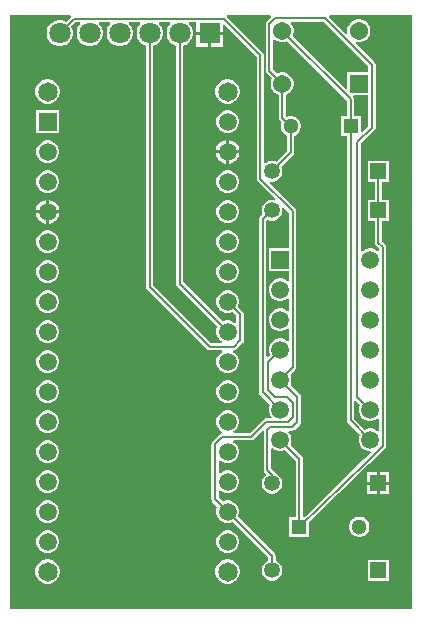
<source format=gtl>
G04*
G04 #@! TF.GenerationSoftware,Altium Limited,Altium Designer,21.9.1 (22)*
G04*
G04 Layer_Physical_Order=1*
G04 Layer_Color=255*
%FSLAX25Y25*%
%MOIN*%
G70*
G04*
G04 #@! TF.SameCoordinates,351BDD15-2B00-492A-8363-C63AB1A4302F*
G04*
G04*
G04 #@! TF.FilePolarity,Positive*
G04*
G01*
G75*
%ADD19C,0.06063*%
%ADD20R,0.06063X0.06063*%
%ADD28C,0.00800*%
%ADD29C,0.07087*%
%ADD30R,0.07087X0.07087*%
%ADD31C,0.05118*%
%ADD32R,0.05118X0.05118*%
%ADD33C,0.05937*%
%ADD34R,0.05906X0.05906*%
%ADD35C,0.05906*%
%ADD36R,0.05937X0.05937*%
%ADD37C,0.06500*%
%ADD38R,0.05315X0.05315*%
%ADD39C,0.05315*%
G36*
X252000Y96000D02*
X118000D01*
Y294000D01*
X138063D01*
X138270Y293500D01*
X136583Y291813D01*
X136176Y292047D01*
X135072Y292343D01*
X133928D01*
X132824Y292047D01*
X131833Y291476D01*
X131025Y290667D01*
X130453Y289676D01*
X130157Y288572D01*
Y287428D01*
X130453Y286323D01*
X131025Y285333D01*
X131833Y284524D01*
X132824Y283953D01*
X133928Y283657D01*
X135072D01*
X136176Y283953D01*
X137167Y284524D01*
X137976Y285333D01*
X138547Y286323D01*
X138843Y287428D01*
Y288572D01*
X138547Y289676D01*
X138313Y290083D01*
X139807Y291577D01*
X141227D01*
X141434Y291076D01*
X141024Y290667D01*
X140453Y289676D01*
X140157Y288572D01*
Y287428D01*
X140453Y286323D01*
X141024Y285333D01*
X141833Y284524D01*
X142824Y283953D01*
X143928Y283657D01*
X145072D01*
X146176Y283953D01*
X147167Y284524D01*
X147976Y285333D01*
X148547Y286323D01*
X148843Y287428D01*
Y288572D01*
X148547Y289676D01*
X147976Y290667D01*
X147566Y291076D01*
X147773Y291577D01*
X151227D01*
X151434Y291076D01*
X151024Y290667D01*
X150453Y289676D01*
X150157Y288572D01*
Y287428D01*
X150453Y286323D01*
X151024Y285333D01*
X151833Y284524D01*
X152824Y283953D01*
X153928Y283657D01*
X155072D01*
X156176Y283953D01*
X157167Y284524D01*
X157975Y285333D01*
X158547Y286323D01*
X158843Y287428D01*
Y288572D01*
X158547Y289676D01*
X157975Y290667D01*
X157566Y291076D01*
X157773Y291577D01*
X161227D01*
X161434Y291076D01*
X161024Y290667D01*
X160453Y289676D01*
X160157Y288572D01*
Y287428D01*
X160453Y286323D01*
X161024Y285333D01*
X161833Y284524D01*
X162824Y283953D01*
X163277Y283831D01*
Y203500D01*
X163370Y203032D01*
X163635Y202635D01*
X183635Y182635D01*
X184032Y182370D01*
X184500Y182276D01*
X188504D01*
X188638Y181776D01*
X188186Y181516D01*
X187484Y180814D01*
X186988Y179955D01*
X186732Y178996D01*
Y178004D01*
X186988Y177045D01*
X187484Y176186D01*
X188186Y175484D01*
X189045Y174988D01*
X190004Y174732D01*
X190996D01*
X191955Y174988D01*
X192814Y175484D01*
X193516Y176186D01*
X194012Y177045D01*
X194269Y178004D01*
Y178996D01*
X194012Y179955D01*
X193516Y180814D01*
X192814Y181516D01*
X192362Y181776D01*
X192496Y182276D01*
X192600D01*
X193068Y182370D01*
X193465Y182635D01*
X195565Y184735D01*
X195830Y185132D01*
X195923Y185600D01*
Y194300D01*
X195830Y194768D01*
X195565Y195165D01*
X193892Y196838D01*
X194012Y197045D01*
X194269Y198004D01*
Y198996D01*
X194012Y199955D01*
X193516Y200814D01*
X192814Y201516D01*
X191955Y202012D01*
X190996Y202269D01*
X190004D01*
X189045Y202012D01*
X188186Y201516D01*
X187484Y200814D01*
X186988Y199955D01*
X186732Y198996D01*
Y198004D01*
X186988Y197045D01*
X187484Y196186D01*
X188186Y195484D01*
X189045Y194988D01*
X190004Y194731D01*
X190996D01*
X191955Y194988D01*
X192162Y195108D01*
X193476Y193793D01*
Y191506D01*
X193015Y191315D01*
X192814Y191516D01*
X191955Y192012D01*
X190996Y192269D01*
X190004D01*
X189045Y192012D01*
X188838Y191892D01*
X175724Y205007D01*
Y283831D01*
X176176Y283953D01*
X177167Y284524D01*
X177975Y285333D01*
X178547Y286323D01*
X178843Y287428D01*
Y288572D01*
X178547Y289676D01*
X177975Y290667D01*
X177566Y291076D01*
X177773Y291577D01*
X179957D01*
Y288500D01*
X189043D01*
Y290573D01*
X189505Y290764D01*
X200177Y280093D01*
Y239500D01*
X200270Y239032D01*
X200535Y238635D01*
X206362Y232808D01*
X206103Y232360D01*
X205739Y232457D01*
X204828D01*
X203949Y232222D01*
X203161Y231767D01*
X202517Y231123D01*
X202062Y230334D01*
X201826Y229455D01*
Y228545D01*
X202062Y227665D01*
X202119Y227566D01*
X201382Y226829D01*
X201117Y226432D01*
X201024Y225964D01*
Y168253D01*
X201117Y167785D01*
X201382Y167388D01*
X204620Y164150D01*
X204503Y163949D01*
X204247Y162994D01*
Y162006D01*
X204503Y161051D01*
X204997Y160196D01*
X205160Y160033D01*
X204969Y159571D01*
X203254D01*
X202786Y159478D01*
X202389Y159212D01*
X197900Y154724D01*
X192496D01*
X192362Y155224D01*
X192814Y155484D01*
X193516Y156186D01*
X194012Y157045D01*
X194269Y158004D01*
Y158996D01*
X194012Y159955D01*
X193516Y160814D01*
X192814Y161516D01*
X191955Y162012D01*
X190996Y162268D01*
X190004D01*
X189045Y162012D01*
X188186Y161516D01*
X187484Y160814D01*
X186988Y159955D01*
X186732Y158996D01*
Y158004D01*
X186988Y157045D01*
X187484Y156186D01*
X188186Y155484D01*
X188667Y155207D01*
X188580Y154680D01*
X188332Y154630D01*
X187935Y154365D01*
X185435Y151865D01*
X185170Y151468D01*
X185076Y151000D01*
Y132700D01*
X185170Y132232D01*
X185435Y131835D01*
X187108Y130162D01*
X186988Y129955D01*
X186732Y128996D01*
Y128004D01*
X186988Y127045D01*
X187484Y126186D01*
X188186Y125484D01*
X189045Y124988D01*
X190004Y124732D01*
X190996D01*
X191955Y124988D01*
X192162Y125108D01*
X204060Y113210D01*
Y112252D01*
X203949Y112222D01*
X203161Y111767D01*
X202517Y111123D01*
X202062Y110335D01*
X201826Y109455D01*
Y108545D01*
X202062Y107666D01*
X202517Y106877D01*
X203161Y106233D01*
X203949Y105778D01*
X204828Y105543D01*
X205739D01*
X206618Y105778D01*
X207406Y106233D01*
X208050Y106877D01*
X208505Y107666D01*
X208741Y108545D01*
Y109455D01*
X208505Y110335D01*
X208050Y111123D01*
X207406Y111767D01*
X206618Y112222D01*
X206507Y112252D01*
Y113717D01*
X206414Y114185D01*
X206149Y114582D01*
X193892Y126838D01*
X194012Y127045D01*
X194269Y128004D01*
Y128996D01*
X194012Y129955D01*
X193516Y130814D01*
X192814Y131516D01*
X191955Y132012D01*
X190996Y132269D01*
X190004D01*
X189045Y132012D01*
X188838Y131892D01*
X187523Y133207D01*
Y135494D01*
X187985Y135685D01*
X188186Y135484D01*
X189045Y134988D01*
X190004Y134731D01*
X190996D01*
X191955Y134988D01*
X192814Y135484D01*
X193516Y136186D01*
X194012Y137045D01*
X194269Y138004D01*
Y138996D01*
X194012Y139955D01*
X193516Y140814D01*
X192814Y141516D01*
X191955Y142012D01*
X190996Y142269D01*
X190004D01*
X189045Y142012D01*
X188186Y141516D01*
X187985Y141315D01*
X187523Y141506D01*
Y145494D01*
X187985Y145685D01*
X188186Y145484D01*
X189045Y144988D01*
X190004Y144731D01*
X190996D01*
X191955Y144988D01*
X192814Y145484D01*
X193516Y146186D01*
X194012Y147045D01*
X194269Y148004D01*
Y148996D01*
X194012Y149955D01*
X193516Y150814D01*
X192814Y151516D01*
X192362Y151777D01*
X192496Y152277D01*
X198407D01*
X198875Y152370D01*
X199272Y152635D01*
X202077Y155439D01*
X202576Y155232D01*
Y142300D01*
X202670Y141832D01*
X202935Y141435D01*
X203212Y141158D01*
X203160Y140767D01*
X202517Y140123D01*
X202062Y139334D01*
X201826Y138455D01*
Y137545D01*
X202062Y136665D01*
X202517Y135877D01*
X203161Y135233D01*
X203949Y134778D01*
X204828Y134543D01*
X205739D01*
X206618Y134778D01*
X207406Y135233D01*
X208050Y135877D01*
X208505Y136665D01*
X208741Y137545D01*
Y138455D01*
X208505Y139334D01*
X208050Y140123D01*
X207406Y140767D01*
X206618Y141222D01*
X206416Y141276D01*
X206414Y141285D01*
X206149Y141682D01*
X205024Y142807D01*
Y149516D01*
X205485Y149707D01*
X205696Y149497D01*
X206552Y149003D01*
X207506Y148747D01*
X208494D01*
X209449Y149003D01*
X209650Y149119D01*
X213229Y145540D01*
Y126859D01*
X211094D01*
Y120141D01*
X217812D01*
Y125034D01*
X237748Y144218D01*
X237755Y144228D01*
X237765Y144235D01*
X243065Y149535D01*
X243330Y149932D01*
X243424Y150400D01*
Y216700D01*
X243330Y217168D01*
X243065Y217565D01*
X241940Y218690D01*
Y225542D01*
X244174D01*
Y232457D01*
X241940D01*
Y238543D01*
X244174D01*
Y245458D01*
X237259D01*
Y238543D01*
X239493D01*
Y232457D01*
X237259D01*
Y225542D01*
X239493D01*
Y218183D01*
X239586Y217715D01*
X239851Y217318D01*
X240977Y216193D01*
Y215484D01*
X240515Y215293D01*
X240304Y215503D01*
X239448Y215997D01*
X238494Y216253D01*
X237506D01*
X236551Y215997D01*
X235696Y215503D01*
X235485Y215293D01*
X235023Y215484D01*
Y251193D01*
X239465Y255635D01*
X239730Y256032D01*
X239824Y256500D01*
Y277500D01*
X239730Y277968D01*
X239465Y278365D01*
X233149Y284681D01*
X233408Y285129D01*
X233791Y285027D01*
X234800D01*
X235774Y285288D01*
X236648Y285792D01*
X237361Y286506D01*
X237866Y287379D01*
X238127Y288354D01*
Y289363D01*
X237866Y290337D01*
X237361Y291211D01*
X236648Y291924D01*
X235774Y292429D01*
X234800Y292690D01*
X233791D01*
X232816Y292429D01*
X231943Y291924D01*
X231229Y291211D01*
X230725Y290337D01*
X230464Y289363D01*
Y288354D01*
X230566Y287971D01*
X230118Y287712D01*
X224330Y293500D01*
X224537Y294000D01*
X252000D01*
Y96000D01*
D02*
G37*
G36*
X237376Y276993D02*
Y274973D01*
X230464D01*
Y269483D01*
X230002Y269291D01*
X212143Y287150D01*
X212275Y287379D01*
X212536Y288354D01*
Y289363D01*
X212275Y290337D01*
X211771Y291211D01*
X211567Y291415D01*
X211758Y291877D01*
X222493D01*
X237376Y276993D01*
D02*
G37*
G36*
Y257007D02*
X235368Y254998D01*
X234906Y255190D01*
Y260359D01*
X232771D01*
Y266016D01*
X232678Y266484D01*
X232459Y266810D01*
X232601Y267310D01*
X237376D01*
Y257007D01*
D02*
G37*
G36*
X204970Y293500D02*
X203535Y292065D01*
X203270Y291668D01*
X203176Y291200D01*
Y275447D01*
X203270Y274978D01*
X203535Y274581D01*
X205267Y272850D01*
X205134Y272621D01*
X204873Y271646D01*
Y270637D01*
X205134Y269663D01*
X205639Y268789D01*
X206352Y268076D01*
X207226Y267571D01*
X207481Y267503D01*
Y259842D01*
X207574Y259374D01*
X207840Y258977D01*
X208455Y258362D01*
X208417Y258296D01*
X208188Y257442D01*
Y256558D01*
X208417Y255703D01*
X208859Y254938D01*
X209485Y254312D01*
X210251Y253870D01*
X210324Y253850D01*
Y248771D01*
X206717Y245164D01*
X206618Y245222D01*
X205739Y245458D01*
X204828D01*
X203949Y245222D01*
X203161Y244767D01*
X203085Y244692D01*
X202624Y244883D01*
Y280600D01*
X202530Y281068D01*
X202265Y281465D01*
X190230Y293500D01*
X190437Y294000D01*
X204763D01*
X204970Y293500D01*
D02*
G37*
G36*
X206352Y285792D02*
X207226Y285288D01*
X208200Y285027D01*
X209209D01*
X210184Y285288D01*
X210413Y285420D01*
X230324Y265509D01*
Y260359D01*
X228188D01*
Y253641D01*
X230324D01*
Y158953D01*
X230417Y158485D01*
X230682Y158088D01*
X234619Y154150D01*
X234503Y153948D01*
X234247Y152994D01*
Y152006D01*
X234503Y151051D01*
X234997Y150196D01*
X235696Y149497D01*
X236551Y149003D01*
X237506Y148747D01*
X238110D01*
X238317Y148247D01*
X236043Y145974D01*
X216179Y126859D01*
X215676D01*
Y146047D01*
X215583Y146515D01*
X215318Y146912D01*
X211381Y150850D01*
X211497Y151051D01*
X211753Y152006D01*
Y152994D01*
X211497Y153948D01*
X211003Y154804D01*
X210781Y155026D01*
X210973Y155488D01*
X212064D01*
X212532Y155581D01*
X212929Y155846D01*
X214618Y157535D01*
X214883Y157932D01*
X214976Y158400D01*
Y166747D01*
X214883Y167215D01*
X214618Y167612D01*
X211381Y170850D01*
X211497Y171052D01*
X211753Y172006D01*
Y172994D01*
X211497Y173949D01*
X211381Y174150D01*
X213065Y175835D01*
X213330Y176232D01*
X213423Y176700D01*
Y228700D01*
X213330Y229168D01*
X213065Y229565D01*
X204524Y238106D01*
X204783Y238555D01*
X204828Y238543D01*
X205739D01*
X206618Y238778D01*
X207406Y239233D01*
X208050Y239877D01*
X208505Y240666D01*
X208741Y241545D01*
Y242455D01*
X208505Y243335D01*
X208448Y243434D01*
X212412Y247399D01*
X212678Y247796D01*
X212771Y248264D01*
Y253850D01*
X212844Y253870D01*
X213610Y254312D01*
X214235Y254938D01*
X214677Y255703D01*
X214906Y256558D01*
Y257442D01*
X214677Y258296D01*
X214235Y259063D01*
X213610Y259688D01*
X212844Y260130D01*
X211989Y260359D01*
X211105D01*
X210348Y260156D01*
X210039Y260384D01*
X209928Y260516D01*
Y267503D01*
X210184Y267571D01*
X211057Y268076D01*
X211771Y268789D01*
X212275Y269663D01*
X212536Y270637D01*
Y271646D01*
X212275Y272621D01*
X211771Y273494D01*
X211057Y274208D01*
X210184Y274712D01*
X209209Y274973D01*
X208200D01*
X207226Y274712D01*
X206997Y274580D01*
X205624Y275953D01*
Y285814D01*
X206123Y286021D01*
X206352Y285792D01*
D02*
G37*
G36*
X210977Y228193D02*
Y216253D01*
X204247D01*
Y208747D01*
X210977D01*
Y205484D01*
X210515Y205293D01*
X210304Y205503D01*
X209449Y205997D01*
X208494Y206253D01*
X207506D01*
X206552Y205997D01*
X205696Y205503D01*
X204997Y204804D01*
X204503Y203948D01*
X204247Y202994D01*
Y202006D01*
X204503Y201051D01*
X204997Y200196D01*
X205696Y199497D01*
X206552Y199003D01*
X207506Y198747D01*
X208494D01*
X209449Y199003D01*
X210304Y199497D01*
X210515Y199707D01*
X210977Y199516D01*
Y195484D01*
X210515Y195293D01*
X210304Y195503D01*
X209449Y195997D01*
X208494Y196253D01*
X207506D01*
X206552Y195997D01*
X205696Y195503D01*
X204997Y194804D01*
X204503Y193948D01*
X204247Y192994D01*
Y192006D01*
X204503Y191051D01*
X204997Y190196D01*
X205696Y189497D01*
X206552Y189003D01*
X207506Y188747D01*
X208494D01*
X209449Y189003D01*
X210304Y189497D01*
X210515Y189707D01*
X210977Y189516D01*
Y185484D01*
X210515Y185293D01*
X210304Y185503D01*
X209449Y185997D01*
X208494Y186253D01*
X207506D01*
X206552Y185997D01*
X205696Y185503D01*
X204997Y184804D01*
X204503Y183949D01*
X204247Y182994D01*
Y182006D01*
X204503Y181052D01*
X204620Y180850D01*
X203933Y180163D01*
X203471Y180354D01*
Y225457D01*
X203849Y225836D01*
X203949Y225778D01*
X204828Y225542D01*
X205739D01*
X206618Y225778D01*
X207406Y226233D01*
X208050Y226877D01*
X208505Y227665D01*
X208741Y228545D01*
Y229455D01*
X208643Y229819D01*
X209092Y230078D01*
X210977Y228193D01*
D02*
G37*
G36*
X171434Y291076D02*
X171025Y290667D01*
X170453Y289676D01*
X170157Y288572D01*
Y287428D01*
X170453Y286323D01*
X171025Y285333D01*
X171833Y284524D01*
X172824Y283953D01*
X173276Y283831D01*
Y204500D01*
X173370Y204032D01*
X173635Y203635D01*
X187108Y190162D01*
X186988Y189955D01*
X186732Y188996D01*
Y188004D01*
X186988Y187045D01*
X187484Y186186D01*
X188186Y185484D01*
X188638Y185223D01*
X188504Y184723D01*
X185007D01*
X165724Y204007D01*
Y283831D01*
X166176Y283953D01*
X167167Y284524D01*
X167975Y285333D01*
X168547Y286323D01*
X168843Y287428D01*
Y288572D01*
X168547Y289676D01*
X167975Y290667D01*
X167566Y291076D01*
X167773Y291577D01*
X171227D01*
X171434Y291076D01*
D02*
G37*
G36*
X234619Y164150D02*
X234503Y163949D01*
X234247Y162994D01*
Y162006D01*
X234503Y161051D01*
X234997Y160196D01*
X235696Y159497D01*
X236551Y159003D01*
X237506Y158747D01*
X238494D01*
X239448Y159003D01*
X240304Y159497D01*
X240515Y159707D01*
X240977Y159516D01*
Y155484D01*
X240515Y155293D01*
X240304Y155503D01*
X239448Y155997D01*
X238494Y156253D01*
X237506D01*
X236551Y155997D01*
X236350Y155880D01*
X232771Y159460D01*
Y165292D01*
X233271Y165499D01*
X234619Y164150D01*
D02*
G37*
%LPC*%
G36*
X189043Y287500D02*
X185000D01*
Y283457D01*
X189043D01*
Y287500D01*
D02*
G37*
G36*
X184000D02*
X179957D01*
Y283457D01*
X184000D01*
Y287500D01*
D02*
G37*
G36*
X191033Y272550D02*
X189967D01*
X188937Y272274D01*
X188013Y271741D01*
X187259Y270987D01*
X186726Y270063D01*
X186450Y269033D01*
Y267967D01*
X186726Y266937D01*
X187259Y266013D01*
X188013Y265259D01*
X188937Y264726D01*
X189967Y264450D01*
X191033D01*
X192063Y264726D01*
X192987Y265259D01*
X193741Y266013D01*
X194274Y266937D01*
X194550Y267967D01*
Y269033D01*
X194274Y270063D01*
X193741Y270987D01*
X192987Y271741D01*
X192063Y272274D01*
X191033Y272550D01*
D02*
G37*
G36*
X131033D02*
X129967D01*
X128937Y272274D01*
X128013Y271741D01*
X127259Y270987D01*
X126726Y270063D01*
X126450Y269033D01*
Y267967D01*
X126726Y266937D01*
X127259Y266013D01*
X128013Y265259D01*
X128937Y264726D01*
X129967Y264450D01*
X131033D01*
X132063Y264726D01*
X132987Y265259D01*
X133741Y266013D01*
X134274Y266937D01*
X134550Y267967D01*
Y269033D01*
X134274Y270063D01*
X133741Y270987D01*
X132987Y271741D01*
X132063Y272274D01*
X131033Y272550D01*
D02*
G37*
G36*
X190996Y262268D02*
X190004D01*
X189045Y262012D01*
X188186Y261515D01*
X187484Y260814D01*
X186988Y259955D01*
X186732Y258996D01*
Y258004D01*
X186988Y257045D01*
X187484Y256186D01*
X188186Y255485D01*
X189045Y254988D01*
X190004Y254731D01*
X190996D01*
X191955Y254988D01*
X192814Y255485D01*
X193516Y256186D01*
X194012Y257045D01*
X194269Y258004D01*
Y258996D01*
X194012Y259955D01*
X193516Y260814D01*
X192814Y261515D01*
X191955Y262012D01*
X190996Y262268D01*
D02*
G37*
G36*
X134268D02*
X126732D01*
Y254731D01*
X134268D01*
Y262268D01*
D02*
G37*
G36*
X191023Y252468D02*
X191000D01*
Y249000D01*
X194468D01*
Y249023D01*
X194198Y250032D01*
X193676Y250937D01*
X192937Y251676D01*
X192032Y252198D01*
X191023Y252468D01*
D02*
G37*
G36*
X190000D02*
X189978D01*
X188968Y252198D01*
X188063Y251676D01*
X187324Y250937D01*
X186802Y250032D01*
X186531Y249023D01*
Y249000D01*
X190000D01*
Y252468D01*
D02*
G37*
G36*
X130996Y252269D02*
X130004D01*
X129045Y252012D01*
X128186Y251516D01*
X127484Y250814D01*
X126988Y249955D01*
X126732Y248996D01*
Y248004D01*
X126988Y247045D01*
X127484Y246186D01*
X128186Y245484D01*
X129045Y244988D01*
X130004Y244731D01*
X130996D01*
X131955Y244988D01*
X132814Y245484D01*
X133516Y246186D01*
X134012Y247045D01*
X134268Y248004D01*
Y248996D01*
X134012Y249955D01*
X133516Y250814D01*
X132814Y251516D01*
X131955Y252012D01*
X130996Y252269D01*
D02*
G37*
G36*
X194468Y248000D02*
X191000D01*
Y244531D01*
X191023D01*
X192032Y244802D01*
X192937Y245324D01*
X193676Y246063D01*
X194198Y246968D01*
X194468Y247977D01*
Y248000D01*
D02*
G37*
G36*
X190000D02*
X186531D01*
Y247977D01*
X186802Y246968D01*
X187324Y246063D01*
X188063Y245324D01*
X188968Y244802D01*
X189978Y244531D01*
X190000D01*
Y248000D01*
D02*
G37*
G36*
X190996Y242268D02*
X190004D01*
X189045Y242012D01*
X188186Y241515D01*
X187484Y240814D01*
X186988Y239955D01*
X186732Y238996D01*
Y238004D01*
X186988Y237045D01*
X187484Y236186D01*
X188186Y235485D01*
X189045Y234988D01*
X190004Y234732D01*
X190996D01*
X191955Y234988D01*
X192814Y235485D01*
X193516Y236186D01*
X194012Y237045D01*
X194269Y238004D01*
Y238996D01*
X194012Y239955D01*
X193516Y240814D01*
X192814Y241515D01*
X191955Y242012D01*
X190996Y242268D01*
D02*
G37*
G36*
X130996D02*
X130004D01*
X129045Y242012D01*
X128186Y241515D01*
X127484Y240814D01*
X126988Y239955D01*
X126732Y238996D01*
Y238004D01*
X126988Y237045D01*
X127484Y236186D01*
X128186Y235485D01*
X129045Y234988D01*
X130004Y234732D01*
X130996D01*
X131955Y234988D01*
X132814Y235485D01*
X133516Y236186D01*
X134012Y237045D01*
X134268Y238004D01*
Y238996D01*
X134012Y239955D01*
X133516Y240814D01*
X132814Y241515D01*
X131955Y242012D01*
X130996Y242268D01*
D02*
G37*
G36*
X131023Y232469D02*
X131000D01*
Y229000D01*
X134468D01*
Y229023D01*
X134198Y230032D01*
X133676Y230937D01*
X132937Y231676D01*
X132032Y232198D01*
X131023Y232469D01*
D02*
G37*
G36*
X130000D02*
X129978D01*
X128968Y232198D01*
X128063Y231676D01*
X127324Y230937D01*
X126802Y230032D01*
X126532Y229023D01*
Y229000D01*
X130000D01*
Y232469D01*
D02*
G37*
G36*
X190996Y232269D02*
X190004D01*
X189045Y232012D01*
X188186Y231516D01*
X187484Y230814D01*
X186988Y229955D01*
X186732Y228996D01*
Y228004D01*
X186988Y227045D01*
X187484Y226186D01*
X188186Y225484D01*
X189045Y224988D01*
X190004Y224731D01*
X190996D01*
X191955Y224988D01*
X192814Y225484D01*
X193516Y226186D01*
X194012Y227045D01*
X194269Y228004D01*
Y228996D01*
X194012Y229955D01*
X193516Y230814D01*
X192814Y231516D01*
X191955Y232012D01*
X190996Y232269D01*
D02*
G37*
G36*
X134468Y228000D02*
X131000D01*
Y224532D01*
X131023D01*
X132032Y224802D01*
X132937Y225324D01*
X133676Y226063D01*
X134198Y226968D01*
X134468Y227977D01*
Y228000D01*
D02*
G37*
G36*
X130000D02*
X126532D01*
Y227977D01*
X126802Y226968D01*
X127324Y226063D01*
X128063Y225324D01*
X128968Y224802D01*
X129978Y224532D01*
X130000D01*
Y228000D01*
D02*
G37*
G36*
X190996Y222269D02*
X190004D01*
X189045Y222012D01*
X188186Y221515D01*
X187484Y220814D01*
X186988Y219955D01*
X186732Y218996D01*
Y218004D01*
X186988Y217045D01*
X187484Y216186D01*
X188186Y215484D01*
X189045Y214988D01*
X190004Y214732D01*
X190996D01*
X191955Y214988D01*
X192814Y215484D01*
X193516Y216186D01*
X194012Y217045D01*
X194269Y218004D01*
Y218996D01*
X194012Y219955D01*
X193516Y220814D01*
X192814Y221515D01*
X191955Y222012D01*
X190996Y222269D01*
D02*
G37*
G36*
X130996D02*
X130004D01*
X129045Y222012D01*
X128186Y221515D01*
X127484Y220814D01*
X126988Y219955D01*
X126732Y218996D01*
Y218004D01*
X126988Y217045D01*
X127484Y216186D01*
X128186Y215484D01*
X129045Y214988D01*
X130004Y214732D01*
X130996D01*
X131955Y214988D01*
X132814Y215484D01*
X133516Y216186D01*
X134012Y217045D01*
X134268Y218004D01*
Y218996D01*
X134012Y219955D01*
X133516Y220814D01*
X132814Y221515D01*
X131955Y222012D01*
X130996Y222269D01*
D02*
G37*
G36*
X190996Y212268D02*
X190004D01*
X189045Y212012D01*
X188186Y211515D01*
X187484Y210814D01*
X186988Y209955D01*
X186732Y208996D01*
Y208004D01*
X186988Y207045D01*
X187484Y206186D01*
X188186Y205485D01*
X189045Y204988D01*
X190004Y204731D01*
X190996D01*
X191955Y204988D01*
X192814Y205485D01*
X193516Y206186D01*
X194012Y207045D01*
X194269Y208004D01*
Y208996D01*
X194012Y209955D01*
X193516Y210814D01*
X192814Y211515D01*
X191955Y212012D01*
X190996Y212268D01*
D02*
G37*
G36*
X130996D02*
X130004D01*
X129045Y212012D01*
X128186Y211515D01*
X127484Y210814D01*
X126988Y209955D01*
X126732Y208996D01*
Y208004D01*
X126988Y207045D01*
X127484Y206186D01*
X128186Y205485D01*
X129045Y204988D01*
X130004Y204731D01*
X130996D01*
X131955Y204988D01*
X132814Y205485D01*
X133516Y206186D01*
X134012Y207045D01*
X134268Y208004D01*
Y208996D01*
X134012Y209955D01*
X133516Y210814D01*
X132814Y211515D01*
X131955Y212012D01*
X130996Y212268D01*
D02*
G37*
G36*
Y202269D02*
X130004D01*
X129045Y202012D01*
X128186Y201516D01*
X127484Y200814D01*
X126988Y199955D01*
X126732Y198996D01*
Y198004D01*
X126988Y197045D01*
X127484Y196186D01*
X128186Y195484D01*
X129045Y194988D01*
X130004Y194731D01*
X130996D01*
X131955Y194988D01*
X132814Y195484D01*
X133516Y196186D01*
X134012Y197045D01*
X134268Y198004D01*
Y198996D01*
X134012Y199955D01*
X133516Y200814D01*
X132814Y201516D01*
X131955Y202012D01*
X130996Y202269D01*
D02*
G37*
G36*
Y192269D02*
X130004D01*
X129045Y192012D01*
X128186Y191516D01*
X127484Y190814D01*
X126988Y189955D01*
X126732Y188996D01*
Y188004D01*
X126988Y187045D01*
X127484Y186186D01*
X128186Y185484D01*
X129045Y184988D01*
X130004Y184731D01*
X130996D01*
X131955Y184988D01*
X132814Y185484D01*
X133516Y186186D01*
X134012Y187045D01*
X134268Y188004D01*
Y188996D01*
X134012Y189955D01*
X133516Y190814D01*
X132814Y191516D01*
X131955Y192012D01*
X130996Y192269D01*
D02*
G37*
G36*
Y182269D02*
X130004D01*
X129045Y182012D01*
X128186Y181516D01*
X127484Y180814D01*
X126988Y179955D01*
X126732Y178996D01*
Y178004D01*
X126988Y177045D01*
X127484Y176186D01*
X128186Y175484D01*
X129045Y174988D01*
X130004Y174732D01*
X130996D01*
X131955Y174988D01*
X132814Y175484D01*
X133516Y176186D01*
X134012Y177045D01*
X134268Y178004D01*
Y178996D01*
X134012Y179955D01*
X133516Y180814D01*
X132814Y181516D01*
X131955Y182012D01*
X130996Y182269D01*
D02*
G37*
G36*
X190996Y172268D02*
X190004D01*
X189045Y172012D01*
X188186Y171516D01*
X187484Y170814D01*
X186988Y169955D01*
X186732Y168996D01*
Y168004D01*
X186988Y167045D01*
X187484Y166186D01*
X188186Y165484D01*
X189045Y164988D01*
X190004Y164732D01*
X190996D01*
X191955Y164988D01*
X192814Y165484D01*
X193516Y166186D01*
X194012Y167045D01*
X194269Y168004D01*
Y168996D01*
X194012Y169955D01*
X193516Y170814D01*
X192814Y171516D01*
X191955Y172012D01*
X190996Y172268D01*
D02*
G37*
G36*
X130996D02*
X130004D01*
X129045Y172012D01*
X128186Y171516D01*
X127484Y170814D01*
X126988Y169955D01*
X126732Y168996D01*
Y168004D01*
X126988Y167045D01*
X127484Y166186D01*
X128186Y165484D01*
X129045Y164988D01*
X130004Y164732D01*
X130996D01*
X131955Y164988D01*
X132814Y165484D01*
X133516Y166186D01*
X134012Y167045D01*
X134268Y168004D01*
Y168996D01*
X134012Y169955D01*
X133516Y170814D01*
X132814Y171516D01*
X131955Y172012D01*
X130996Y172268D01*
D02*
G37*
G36*
Y162268D02*
X130004D01*
X129045Y162012D01*
X128186Y161516D01*
X127484Y160814D01*
X126988Y159955D01*
X126732Y158996D01*
Y158004D01*
X126988Y157045D01*
X127484Y156186D01*
X128186Y155484D01*
X129045Y154988D01*
X130004Y154732D01*
X130996D01*
X131955Y154988D01*
X132814Y155484D01*
X133516Y156186D01*
X134012Y157045D01*
X134268Y158004D01*
Y158996D01*
X134012Y159955D01*
X133516Y160814D01*
X132814Y161516D01*
X131955Y162012D01*
X130996Y162268D01*
D02*
G37*
G36*
Y152269D02*
X130004D01*
X129045Y152012D01*
X128186Y151516D01*
X127484Y150814D01*
X126988Y149955D01*
X126732Y148996D01*
Y148004D01*
X126988Y147045D01*
X127484Y146186D01*
X128186Y145484D01*
X129045Y144988D01*
X130004Y144731D01*
X130996D01*
X131955Y144988D01*
X132814Y145484D01*
X133516Y146186D01*
X134012Y147045D01*
X134268Y148004D01*
Y148996D01*
X134012Y149955D01*
X133516Y150814D01*
X132814Y151516D01*
X131955Y152012D01*
X130996Y152269D01*
D02*
G37*
G36*
X244374Y141657D02*
X241217D01*
Y138500D01*
X244374D01*
Y141657D01*
D02*
G37*
G36*
X240217D02*
X237059D01*
Y138500D01*
X240217D01*
Y141657D01*
D02*
G37*
G36*
X130996Y142269D02*
X130004D01*
X129045Y142012D01*
X128186Y141516D01*
X127484Y140814D01*
X126988Y139955D01*
X126732Y138996D01*
Y138004D01*
X126988Y137045D01*
X127484Y136186D01*
X128186Y135484D01*
X129045Y134988D01*
X130004Y134731D01*
X130996D01*
X131955Y134988D01*
X132814Y135484D01*
X133516Y136186D01*
X134012Y137045D01*
X134268Y138004D01*
Y138996D01*
X134012Y139955D01*
X133516Y140814D01*
X132814Y141516D01*
X131955Y142012D01*
X130996Y142269D01*
D02*
G37*
G36*
X244374Y137500D02*
X241217D01*
Y134343D01*
X244374D01*
Y137500D01*
D02*
G37*
G36*
X240217D02*
X237059D01*
Y134343D01*
X240217D01*
Y137500D01*
D02*
G37*
G36*
X130996Y132269D02*
X130004D01*
X129045Y132012D01*
X128186Y131516D01*
X127484Y130814D01*
X126988Y129955D01*
X126732Y128996D01*
Y128004D01*
X126988Y127045D01*
X127484Y126186D01*
X128186Y125484D01*
X129045Y124988D01*
X130004Y124732D01*
X130996D01*
X131955Y124988D01*
X132814Y125484D01*
X133516Y126186D01*
X134012Y127045D01*
X134268Y128004D01*
Y128996D01*
X134012Y129955D01*
X133516Y130814D01*
X132814Y131516D01*
X131955Y132012D01*
X130996Y132269D01*
D02*
G37*
G36*
X234895Y126859D02*
X234011D01*
X233156Y126630D01*
X232390Y126188D01*
X231765Y125563D01*
X231323Y124797D01*
X231094Y123942D01*
Y123058D01*
X231323Y122203D01*
X231765Y121438D01*
X232390Y120812D01*
X233156Y120370D01*
X234011Y120141D01*
X234895D01*
X235749Y120370D01*
X236515Y120812D01*
X237141Y121438D01*
X237583Y122203D01*
X237812Y123058D01*
Y123942D01*
X237583Y124797D01*
X237141Y125563D01*
X236515Y126188D01*
X235749Y126630D01*
X234895Y126859D01*
D02*
G37*
G36*
X190996Y122268D02*
X190004D01*
X189045Y122012D01*
X188186Y121516D01*
X187484Y120814D01*
X186988Y119955D01*
X186732Y118996D01*
Y118004D01*
X186988Y117045D01*
X187484Y116186D01*
X188186Y115484D01*
X189045Y114988D01*
X190004Y114732D01*
X190996D01*
X191955Y114988D01*
X192814Y115484D01*
X193516Y116186D01*
X194012Y117045D01*
X194269Y118004D01*
Y118996D01*
X194012Y119955D01*
X193516Y120814D01*
X192814Y121516D01*
X191955Y122012D01*
X190996Y122268D01*
D02*
G37*
G36*
X130996D02*
X130004D01*
X129045Y122012D01*
X128186Y121516D01*
X127484Y120814D01*
X126988Y119955D01*
X126732Y118996D01*
Y118004D01*
X126988Y117045D01*
X127484Y116186D01*
X128186Y115484D01*
X129045Y114988D01*
X130004Y114732D01*
X130996D01*
X131955Y114988D01*
X132814Y115484D01*
X133516Y116186D01*
X134012Y117045D01*
X134268Y118004D01*
Y118996D01*
X134012Y119955D01*
X133516Y120814D01*
X132814Y121516D01*
X131955Y122012D01*
X130996Y122268D01*
D02*
G37*
G36*
X244174Y112458D02*
X237259D01*
Y105543D01*
X244174D01*
Y112458D01*
D02*
G37*
G36*
X191033Y112550D02*
X189967D01*
X188937Y112274D01*
X188013Y111741D01*
X187259Y110987D01*
X186726Y110063D01*
X186450Y109033D01*
Y107967D01*
X186726Y106937D01*
X187259Y106013D01*
X188013Y105259D01*
X188937Y104726D01*
X189967Y104450D01*
X191033D01*
X192063Y104726D01*
X192987Y105259D01*
X193741Y106013D01*
X194274Y106937D01*
X194550Y107967D01*
Y109033D01*
X194274Y110063D01*
X193741Y110987D01*
X192987Y111741D01*
X192063Y112274D01*
X191033Y112550D01*
D02*
G37*
G36*
X131033D02*
X129967D01*
X128937Y112274D01*
X128013Y111741D01*
X127259Y110987D01*
X126726Y110063D01*
X126450Y109033D01*
Y107967D01*
X126726Y106937D01*
X127259Y106013D01*
X128013Y105259D01*
X128937Y104726D01*
X129967Y104450D01*
X131033D01*
X132063Y104726D01*
X132987Y105259D01*
X133741Y106013D01*
X134274Y106937D01*
X134550Y107967D01*
Y109033D01*
X134274Y110063D01*
X133741Y110987D01*
X132987Y111741D01*
X132063Y112274D01*
X131033Y112550D01*
D02*
G37*
%LPD*%
D19*
X208705Y288858D02*
D03*
X234295D02*
D03*
X208705Y271142D02*
D03*
D20*
X234295D02*
D03*
D28*
X202247Y168253D02*
X208000Y162500D01*
X202247Y168253D02*
Y225964D01*
X205283Y229000D01*
X240717Y218183D02*
Y229000D01*
Y218183D02*
X242200Y216700D01*
Y150400D02*
Y216700D01*
X236900Y145100D02*
X242200Y150400D01*
X214453Y123500D02*
X236900Y145100D01*
X214453Y123500D02*
Y146047D01*
X208000Y152500D02*
X214453Y146047D01*
X204400Y275447D02*
X208705Y271142D01*
X204400Y275447D02*
Y291200D01*
X206300Y293100D01*
X223000D01*
X238600Y277500D01*
Y256500D02*
Y277500D01*
X233800Y251700D02*
X238600Y256500D01*
X233800Y166700D02*
Y251700D01*
Y166700D02*
X238000Y162500D01*
X211547Y248264D02*
Y257000D01*
X205283Y242000D02*
X211547Y248264D01*
X208705Y259842D02*
Y271142D01*
Y259842D02*
X211547Y257000D01*
X174500Y204500D02*
Y288000D01*
Y204500D02*
X190500Y188500D01*
Y198500D02*
X194700Y194300D01*
Y185600D02*
Y194300D01*
X192600Y183500D02*
X194700Y185600D01*
X184500Y183500D02*
X192600D01*
X164500Y203500D02*
X184500Y183500D01*
X164500Y203500D02*
Y288000D01*
X134500D02*
X139300Y292800D01*
X189200D01*
X201400Y280600D01*
Y239500D02*
Y280600D01*
Y239500D02*
X212200Y228700D01*
Y176700D02*
Y228700D01*
X208000Y172500D02*
X212200Y176700D01*
X205283Y109000D02*
Y113717D01*
X190500Y128500D02*
X205283Y113717D01*
X208705Y288858D02*
X231547Y266016D01*
Y257000D02*
Y266016D01*
X205283Y138000D02*
Y140817D01*
X203800Y142300D02*
X205283Y140817D01*
X203800Y142300D02*
Y155700D01*
X204811Y156711D01*
X212064D01*
X213753Y158400D01*
Y166747D01*
X208000Y172500D02*
X213753Y166747D01*
X186300Y132700D02*
X190500Y128500D01*
X186300Y132700D02*
Y151000D01*
X188800Y153500D01*
X198407D01*
X203254Y158347D01*
X210500D01*
X212153Y160000D01*
Y164800D01*
X210300Y166653D02*
X212153Y164800D01*
X206400Y166653D02*
X210300D01*
X203847Y169206D02*
X206400Y166653D01*
X203847Y169206D02*
Y178347D01*
X208000Y182500D01*
X231547Y158953D02*
Y257000D01*
Y158953D02*
X238000Y152500D01*
X240717Y229000D02*
Y242000D01*
D29*
X134500Y288000D02*
D03*
X144500D02*
D03*
X154500D02*
D03*
X174500D02*
D03*
X164500D02*
D03*
D30*
X184500D02*
D03*
D31*
X211547Y257000D02*
D03*
X234453Y123500D02*
D03*
D32*
X231547Y257000D02*
D03*
X214453Y123500D02*
D03*
D33*
X190500Y188500D02*
D03*
X130500Y248500D02*
D03*
Y238500D02*
D03*
Y228500D02*
D03*
Y218500D02*
D03*
Y208500D02*
D03*
Y198500D02*
D03*
Y188500D02*
D03*
Y178500D02*
D03*
Y168500D02*
D03*
Y158500D02*
D03*
Y148500D02*
D03*
Y138500D02*
D03*
Y128500D02*
D03*
Y118500D02*
D03*
X190500D02*
D03*
Y128500D02*
D03*
Y138500D02*
D03*
Y148500D02*
D03*
Y158500D02*
D03*
Y168500D02*
D03*
Y178500D02*
D03*
Y198500D02*
D03*
Y208500D02*
D03*
Y218500D02*
D03*
Y228500D02*
D03*
Y238500D02*
D03*
Y248500D02*
D03*
Y258500D02*
D03*
D34*
X208000Y212500D02*
D03*
D35*
Y202500D02*
D03*
Y192500D02*
D03*
Y182500D02*
D03*
Y172500D02*
D03*
Y162500D02*
D03*
Y152500D02*
D03*
X238000Y212500D02*
D03*
Y202500D02*
D03*
Y192500D02*
D03*
Y182500D02*
D03*
Y172500D02*
D03*
Y162500D02*
D03*
Y152500D02*
D03*
D36*
X130500Y258500D02*
D03*
D37*
Y108500D02*
D03*
X190500D02*
D03*
X130500Y268500D02*
D03*
X190500D02*
D03*
D38*
X240717Y138000D02*
D03*
Y109000D02*
D03*
Y229000D02*
D03*
Y242000D02*
D03*
D39*
X205283Y138000D02*
D03*
Y109000D02*
D03*
Y229000D02*
D03*
Y242000D02*
D03*
M02*

</source>
